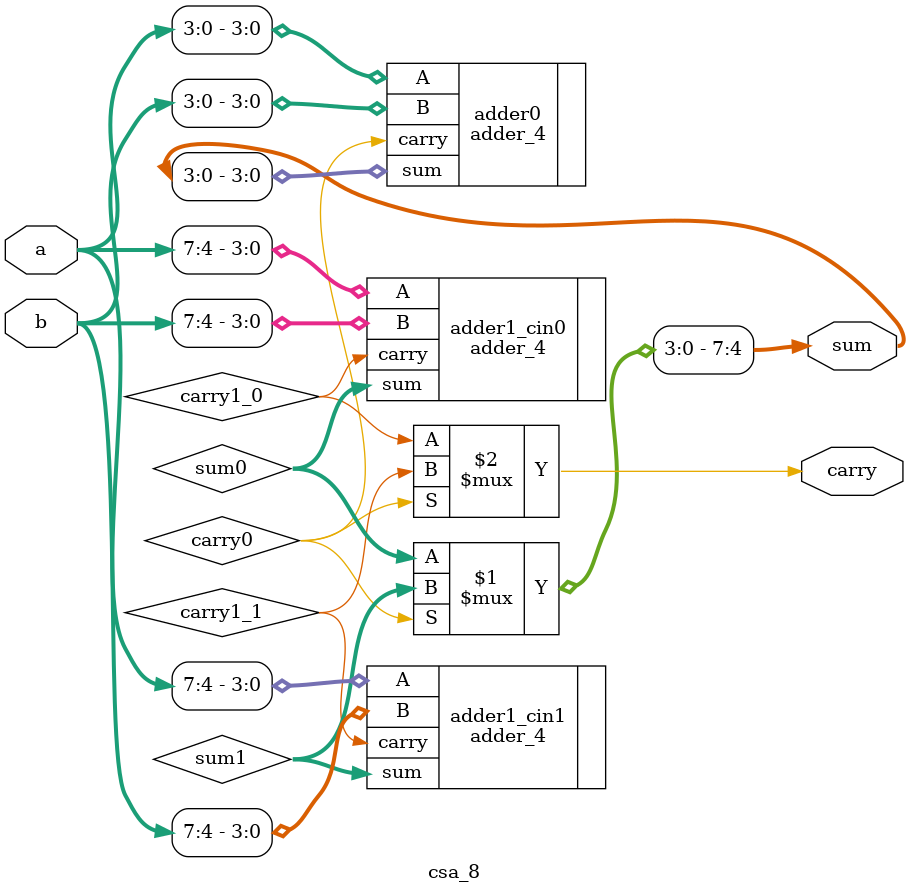
<source format=sv>
module csa_8 (
  input logic [7:0] a, b,
  output logic [7:0] sum,
  output logic carry
);

logic [3:0] sum0, sum1;
logic carry0, carry1_0, carry1_1; 

// Lower 4 bits adder
adder_4 adder0 (
  .A(a[3:0]),
  .B(b[3:0]),
  .sum(sum[3:0]),
  .carry(carry0)
);

// Upper 4 bits adder with carry-in 0
adder_4 adder1_cin0(
  .A(a[7:4]),
  .B(b[7:4]),
  .sum(sum0),
  .carry(carry1_0)
);

// Upper 4 bits adder with carry-in 1
adder_4 adder1_cin1(
  .A(a[7:4]),
  .B(b[7:4]),
  .sum(sum1),
  .carry(carry1_1)
);

// Select the correct sum and carry based on lower adder carry
assign sum[7:4] = carry0 ? sum1 : sum0;
assign carry = carry0 ? carry1_1 : carry1_0;

endmodule

</source>
